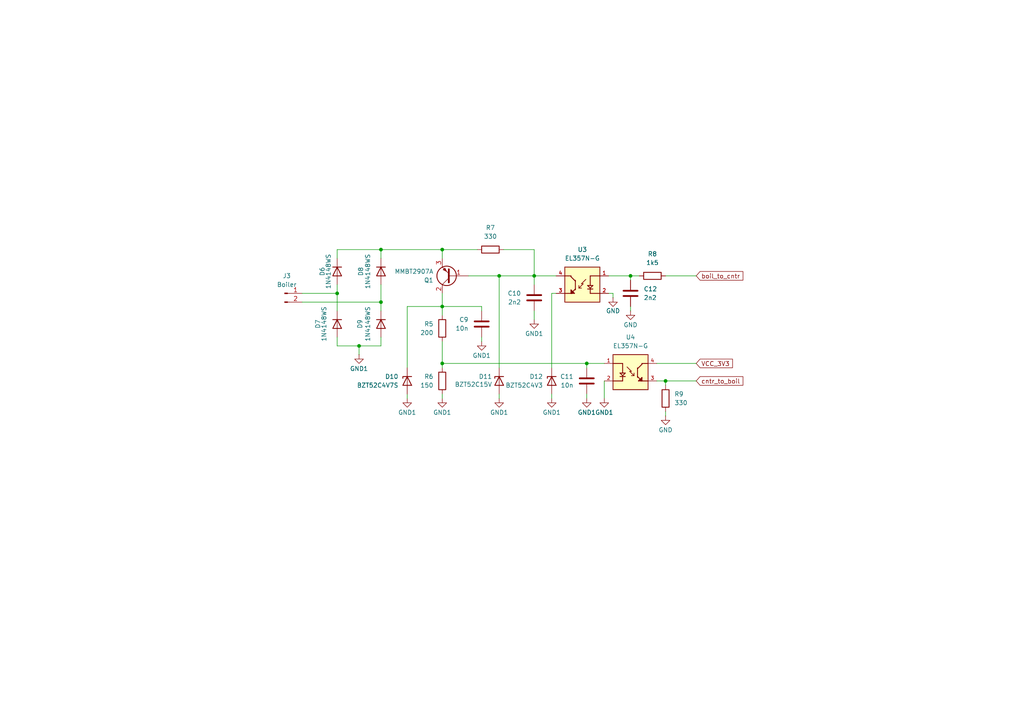
<source format=kicad_sch>
(kicad_sch (version 20231120) (generator "eeschema") (generator_version "8.0")
  (paper "A4")
  (lib_symbols
    (symbol "Connector:Conn_01x02_Pin" (pin_names (offset 1.016) hide)
      (property "Reference" "J" (at 0 2.54 0))
      (property "Value" "Conn_01x02_Pin" (at 0 -5.08 0))
      (symbol "Conn_01x02_Pin_1_1"
        (polyline (pts (xy 1.27 -2.54) (xy 0.8636 -2.54)) (stroke (width 0.1524)))
        (polyline (pts (xy 1.27 0) (xy 0.8636 0)) (stroke (width 0.1524)))
        (rectangle (start 0.8636 -2.413) (end 0 -2.667) (stroke (width 0.1524)) (fill (type outline)))
        (rectangle (start 0.8636 0.127) (end 0 -0.127) (stroke (width 0.1524)) (fill (type outline)))
        (pin passive line (at 5.08 0 180) (length 3.81) (name "Pin_1") (number "1"))
        (pin passive line (at 5.08 -2.54 180) (length 3.81) (name "Pin_2") (number "2"))
      )
    )
    (symbol "D_1" (pin_numbers hide) (pin_names (offset 1.016) hide)
      (property "Reference" "D" (at 0 2.54 0))
      (property "Value" "D" (at 0 -2.54 0))
      (symbol "D_1_0_1"
        (polyline (pts (xy -1.27 1.27) (xy -1.27 -1.27)) (stroke (width 0.254)))
        (polyline (pts (xy 1.27 0) (xy -1.27 0)))
        (polyline (pts (xy 1.27 1.27) (xy 1.27 -1.27) (xy -1.27 0) (xy 1.27 1.27)) (stroke (width 0.254)))
      )
      (symbol "D_1_1_1"
        (pin passive line (at -3.81 0 0) (length 2.54) (name "K") (number "1"))
        (pin passive line (at 3.81 0 180) (length 2.54) (name "A") (number "2"))
      )
    )
    (symbol "D_2" (pin_numbers hide) (pin_names (offset 1.016) hide)
      (property "Reference" "D" (at 0 2.54 0))
      (property "Value" "D" (at 0 -2.54 0))
      (symbol "D_2_0_1"
        (polyline (pts (xy -1.27 1.27) (xy -1.27 -1.27)) (stroke (width 0.254)))
        (polyline (pts (xy 1.27 0) (xy -1.27 0)))
        (polyline (pts (xy 1.27 1.27) (xy 1.27 -1.27) (xy -1.27 0) (xy 1.27 1.27)) (stroke (width 0.254)))
      )
      (symbol "D_2_1_1"
        (pin passive line (at -3.81 0 0) (length 2.54) (name "K") (number "1"))
        (pin passive line (at 3.81 0 180) (length 2.54) (name "A") (number "2"))
      )
    )
    (symbol "D_3" (pin_numbers hide) (pin_names (offset 1.016) hide)
      (property "Reference" "D" (at 0 2.54 0))
      (property "Value" "D" (at 0 -2.54 0))
      (symbol "D_3_0_1"
        (polyline (pts (xy -1.27 1.27) (xy -1.27 -1.27)) (stroke (width 0.254)))
        (polyline (pts (xy 1.27 0) (xy -1.27 0)))
        (polyline (pts (xy 1.27 1.27) (xy 1.27 -1.27) (xy -1.27 0) (xy 1.27 1.27)) (stroke (width 0.254)))
      )
      (symbol "D_3_1_1"
        (pin passive line (at -3.81 0 0) (length 2.54) (name "K") (number "1"))
        (pin passive line (at 3.81 0 180) (length 2.54) (name "A") (number "2"))
      )
    )
    (symbol "D_Zener_1" (pin_numbers hide) (pin_names (offset 1.016) hide)
      (property "Reference" "D" (at 0 2.54 0))
      (property "Value" "D_Zener" (at 0 -2.54 0))
      (symbol "D_Zener_1_0_1"
        (polyline (pts (xy 1.27 0) (xy -1.27 0)))
        (polyline (pts (xy -1.27 -1.27) (xy -1.27 1.27) (xy -0.762 1.27)) (stroke (width 0.254)))
        (polyline (pts (xy 1.27 -1.27) (xy 1.27 1.27) (xy -1.27 0) (xy 1.27 -1.27)) (stroke (width 0.254)))
      )
      (symbol "D_Zener_1_1_1"
        (pin passive line (at -3.81 0 0) (length 2.54) (name "K") (number "1"))
        (pin passive line (at 3.81 0 180) (length 2.54) (name "A") (number "2"))
      )
    )
    (symbol "D_Zener_2" (pin_numbers hide) (pin_names (offset 1.016) hide)
      (property "Reference" "D" (at 0 2.54 0))
      (property "Value" "D_Zener" (at 0 -2.54 0))
      (symbol "D_Zener_2_0_1"
        (polyline (pts (xy 1.27 0) (xy -1.27 0)))
        (polyline (pts (xy -1.27 -1.27) (xy -1.27 1.27) (xy -0.762 1.27)) (stroke (width 0.254)))
        (polyline (pts (xy 1.27 -1.27) (xy 1.27 1.27) (xy -1.27 0) (xy 1.27 -1.27)) (stroke (width 0.254)))
      )
      (symbol "D_Zener_2_1_1"
        (pin passive line (at -3.81 0 0) (length 2.54) (name "K") (number "1"))
        (pin passive line (at 3.81 0 180) (length 2.54) (name "A") (number "2"))
      )
    )
    (symbol "Device:C" (pin_numbers hide) (pin_names (offset 0.254))
      (property "Reference" "C" (at 0.635 2.54 0))
      (property "Value" "C" (at 0.635 -2.54 0))
      (symbol "C_0_1"
        (polyline (pts (xy -2.032 -0.762) (xy 2.032 -0.762)) (stroke (width 0.508)))
        (polyline (pts (xy -2.032 0.762) (xy 2.032 0.762)) (stroke (width 0.508)))
      )
      (symbol "C_1_1"
        (pin passive line (at 0 3.81 270) (length 2.794) (name "~") (number "1"))
        (pin passive line (at 0 -3.81 90) (length 2.794) (name "~") (number "2"))
      )
    )
    (symbol "Device:D_Zener" (pin_numbers hide) (pin_names (offset 1.016) hide)
      (property "Reference" "D" (at 0 2.54 0))
      (property "Value" "D_Zener" (at 0 -2.54 0))
      (symbol "D_Zener_0_1"
        (polyline (pts (xy 1.27 0) (xy -1.27 0)))
        (polyline (pts (xy -1.27 -1.27) (xy -1.27 1.27) (xy -0.762 1.27)) (stroke (width 0.254)))
        (polyline (pts (xy 1.27 -1.27) (xy 1.27 1.27) (xy -1.27 0) (xy 1.27 -1.27)) (stroke (width 0.254)))
      )
      (symbol "D_Zener_1_1"
        (pin passive line (at -3.81 0 0) (length 2.54) (name "K") (number "1"))
        (pin passive line (at 3.81 0 180) (length 2.54) (name "A") (number "2"))
      )
    )
    (symbol "Device:Q_PNP_BCE" (pin_names (offset 0) hide)
      (property "Reference" "Q" (at 5.08 1.27 0))
      (property "Value" "Q_PNP_BCE" (at 5.08 -1.27 0))
      (symbol "Q_PNP_BCE_0_1"
        (polyline (pts (xy 0.635 0.635) (xy 2.54 2.54)))
        (polyline (pts (xy 0.635 -0.635) (xy 2.54 -2.54) (xy 2.54 -2.54)))
        (polyline (pts (xy 0.635 1.905) (xy 0.635 -1.905) (xy 0.635 -1.905)) (stroke (width 0.508)))
        (polyline (pts (xy 2.286 -1.778) (xy 1.778 -2.286) (xy 1.27 -1.27) (xy 2.286 -1.778) (xy 2.286 -1.778)) (fill (type outline)))
        (circle (center 1.27 0) (radius 2.8194) (stroke (width 0.254)))
      )
      (symbol "Q_PNP_BCE_1_1"
        (pin input line (at -5.08 0 0) (length 5.715) (name "B") (number "1"))
        (pin passive line (at 2.54 5.08 270) (length 2.54) (name "C") (number "2"))
        (pin passive line (at 2.54 -5.08 90) (length 2.54) (name "E") (number "3"))
      )
    )
    (symbol "Device:R" (pin_numbers hide) (pin_names (offset 0))
      (property "Reference" "R" (at 2.032 0 90))
      (property "Value" "R" (at 0 0 90))
      (symbol "R_0_1"
        (rectangle (start -1.016 -2.54) (end 1.016 2.54) (stroke (width 0.254)))
      )
      (symbol "R_1_1"
        (pin passive line (at 0 3.81 270) (length 1.27) (name "~") (number "1"))
        (pin passive line (at 0 -3.81 90) (length 1.27) (name "~") (number "2"))
      )
    )
    (symbol "EL357N-G:EL357N-G" (pin_names (offset 1.016))
      (property "Reference" "U" (at -5.08 5.08 0))
      (property "Value" "EL357N-G" (at -5.08 -7.62 0))
      (symbol "EL357N-G_0_0"
        (rectangle (start -5.08 -5.08) (end 5.08 5.08) (stroke (width 0.254)) (fill (type background)))
        (polyline (pts (xy -5.08 2.54) (xy -2.286 2.54)) (stroke (width 0.254)))
        (polyline (pts (xy -3.048 -1.27) (xy -1.524 -1.27)) (stroke (width 0.254)))
        (polyline (pts (xy -3.048 -0.254) (xy -2.286 -1.016)) (stroke (width 0.254)))
        (polyline (pts (xy -2.286 -2.54) (xy -5.08 -2.54)) (stroke (width 0.254)))
        (polyline (pts (xy -2.286 -1.27) (xy -2.286 -2.54)) (stroke (width 0.254)))
        (polyline (pts (xy -2.286 -1.016) (xy -1.524 -0.254)) (stroke (width 0.254)))
        (polyline (pts (xy -2.286 -0.254) (xy -3.048 -0.254)) (stroke (width 0.254)))
        (polyline (pts (xy -2.286 -0.254) (xy -1.524 -0.254)) (stroke (width 0.254)))
        (polyline (pts (xy -2.286 2.54) (xy -2.286 -0.254)) (stroke (width 0.254)))
        (polyline (pts (xy -1.016 1.524) (xy 0.254 0.254)) (stroke (width 0.2032)))
        (polyline (pts (xy -0.254 0.254) (xy 1.016 -1.016)) (stroke (width 0.2032)))
        (polyline (pts (xy 0.254 0.254) (xy -0.254 0.254)) (stroke (width 0.2032)))
        (polyline (pts (xy 1.016 -1.016) (xy 0.254 -1.016)) (stroke (width 0.2032)))
        (polyline (pts (xy 1.016 -1.016) (xy 1.016 -0.254)) (stroke (width 0.2032)))
        (polyline (pts (xy 2.032 -1.27) (xy 2.032 -1.524)) (stroke (width 0.254)))
        (polyline (pts (xy 2.032 -1.27) (xy 3.302 -2.54)) (stroke (width 0.254)))
        (polyline (pts (xy 2.032 1.016) (xy 2.032 -1.27)) (stroke (width 0.254)))
        (polyline (pts (xy 2.032 1.016) (xy 2.032 1.27)) (stroke (width 0.254)))
        (polyline (pts (xy 2.286 -2.54) (xy 3.048 -2.54)) (stroke (width 0.254)))
        (polyline (pts (xy 2.54 -2.286) (xy 2.286 -2.54)) (stroke (width 0.254)))
        (polyline (pts (xy 2.54 -2.286) (xy 2.794 -2.286)) (stroke (width 0.254)))
        (polyline (pts (xy 2.794 -2.286) (xy 3.048 -2.54)) (stroke (width 0.254)))
        (polyline (pts (xy 3.048 -2.54) (xy 3.048 -2.032)) (stroke (width 0.254)))
        (polyline (pts (xy 3.048 -2.54) (xy 3.302 -2.54)) (stroke (width 0.254)))
        (polyline (pts (xy 3.048 -2.032) (xy 2.794 -2.286)) (stroke (width 0.254)))
        (polyline (pts (xy 3.048 -2.032) (xy 3.302 -1.778)) (stroke (width 0.254)))
        (polyline (pts (xy 3.302 -2.54) (xy 3.302 -2.286)) (stroke (width 0.254)))
        (polyline (pts (xy 3.302 -2.54) (xy 5.08 -2.54)) (stroke (width 0.254)))
        (polyline (pts (xy 3.302 -2.286) (xy 3.048 -2.032)) (stroke (width 0.254)))
        (polyline (pts (xy 3.302 -2.286) (xy 3.302 -1.778)) (stroke (width 0.254)))
        (polyline (pts (xy 3.302 -1.778) (xy 3.302 -1.524)) (stroke (width 0.254)))
        (polyline (pts (xy 3.302 -1.524) (xy 2.54 -2.286)) (stroke (width 0.254)))
        (polyline (pts (xy 3.302 2.286) (xy 2.032 1.016)) (stroke (width 0.254)))
        (polyline (pts (xy 3.302 2.54) (xy 3.302 2.286)) (stroke (width 0.254)))
        (polyline (pts (xy 5.08 2.54) (xy 3.302 2.54)) (stroke (width 0.254)))
        (pin passive line (at -7.62 2.54 0) (length 2.54) (name "~") (number "1"))
        (pin passive line (at -7.62 -2.54 0) (length 2.54) (name "~") (number "2"))
        (pin passive line (at 7.62 -2.54 180) (length 2.54) (name "~") (number "3"))
        (pin passive line (at 7.62 2.54 180) (length 2.54) (name "~") (number "4"))
      )
    )
    (symbol "Simulation_SPICE:D" (pin_numbers hide) (pin_names (offset 1.016) hide)
      (property "Reference" "D" (at 0 2.54 0))
      (property "Value" "D" (at 0 -2.54 0))
      (symbol "D_0_1"
        (polyline (pts (xy -1.27 1.27) (xy -1.27 -1.27)) (stroke (width 0.254)))
        (polyline (pts (xy 1.27 0) (xy -1.27 0)))
        (polyline (pts (xy 1.27 1.27) (xy 1.27 -1.27) (xy -1.27 0) (xy 1.27 1.27)) (stroke (width 0.254)))
      )
      (symbol "D_1_1"
        (pin passive line (at -3.81 0 0) (length 2.54) (name "K") (number "1"))
        (pin passive line (at 3.81 0 180) (length 2.54) (name "A") (number "2"))
      )
    )
    (symbol "power:GND" (power) (pin_numbers hide) (pin_names (offset 0) hide)
      (property "Value" "GND" (at 0 -3.81 0))
      (symbol "GND_0_1"
        (polyline (pts (xy 0 0) (xy 0 -1.27) (xy 1.27 -1.27) (xy 0 -2.54) (xy -1.27 -1.27) (xy 0 -1.27)))
      )
      (symbol "GND_1_1"
        (pin power_in line (at 0 0 270) (length 0) (name "~") (number "1"))
      )
    )
    (symbol "power:GND1" (power) (pin_numbers hide) (pin_names (offset 0) hide)
      (property "Value" "GND1" (at 0 -3.81 0))
      (symbol "GND1_0_1"
        (polyline (pts (xy 0 0) (xy 0 -1.27) (xy 1.27 -1.27) (xy 0 -2.54) (xy -1.27 -1.27) (xy 0 -1.27)))
      )
      (symbol "GND1_1_1"
        (pin power_in line (at 0 0 270) (length 0) (name "~") (number "1"))
      )
    )
  )
  (junction (at 128.27 72.39))
  (junction (at 154.94 80.01))
  (junction (at 193.04 110.49))
  (junction (at 104.14 100.33))
  (junction (at 128.27 105.41))
  (junction (at 128.27 88.9))
  (junction (at 97.79 85.09))
  (junction (at 170.18 105.41))
  (junction (at 182.88 80.01))
  (junction (at 144.78 80.01))
  (junction (at 110.49 87.63))
  (junction (at 110.49 72.39))
  (wire (pts (xy 144.78 114.3) (xy 144.78 115.57)))
  (wire (pts (xy 139.7 97.79) (xy 139.7 99.06)))
  (wire (pts (xy 118.11 114.3) (xy 118.11 115.57)))
  (wire (pts (xy 97.79 74.93) (xy 97.79 72.39)))
  (wire (pts (xy 177.8 85.09) (xy 177.8 86.36)))
  (wire (pts (xy 128.27 99.06) (xy 128.27 105.41)))
  (wire (pts (xy 87.63 85.09) (xy 97.79 85.09)))
  (wire (pts (xy 110.49 72.39) (xy 110.49 74.93)))
  (wire (pts (xy 154.94 80.01) (xy 161.29 80.01)))
  (wire (pts (xy 128.27 85.09) (xy 128.27 88.9)))
  (wire (pts (xy 97.79 82.55) (xy 97.79 85.09)))
  (wire (pts (xy 175.26 110.49) (xy 175.26 115.57)))
  (wire (pts (xy 97.79 85.09) (xy 97.79 90.17)))
  (wire (pts (xy 190.5 105.41) (xy 201.93 105.41)))
  (wire (pts (xy 104.14 100.33) (xy 97.79 100.33)))
  (wire (pts (xy 118.11 88.9) (xy 118.11 106.68)))
  (wire (pts (xy 144.78 80.01) (xy 154.94 80.01)))
  (wire (pts (xy 128.27 105.41) (xy 170.18 105.41)))
  (wire (pts (xy 128.27 88.9) (xy 128.27 91.44)))
  (wire (pts (xy 160.02 114.3) (xy 160.02 115.57)))
  (wire (pts (xy 170.18 114.3) (xy 170.18 115.57)))
  (wire (pts (xy 154.94 90.17) (xy 154.94 92.71)))
  (wire (pts (xy 182.88 80.01) (xy 182.88 81.28)))
  (wire (pts (xy 193.04 110.49) (xy 193.04 111.76)))
  (wire (pts (xy 110.49 97.79) (xy 110.49 100.33)))
  (wire (pts (xy 144.78 80.01) (xy 144.78 106.68)))
  (wire (pts (xy 176.53 80.01) (xy 182.88 80.01)))
  (wire (pts (xy 128.27 72.39) (xy 128.27 74.93)))
  (wire (pts (xy 190.5 110.49) (xy 193.04 110.49)))
  (wire (pts (xy 193.04 119.38) (xy 193.04 120.65)))
  (wire (pts (xy 104.14 100.33) (xy 104.14 102.87)))
  (wire (pts (xy 160.02 85.09) (xy 161.29 85.09)))
  (wire (pts (xy 193.04 80.01) (xy 201.93 80.01)))
  (wire (pts (xy 139.7 88.9) (xy 128.27 88.9)))
  (wire (pts (xy 87.63 87.63) (xy 110.49 87.63)))
  (wire (pts (xy 193.04 110.49) (xy 201.93 110.49)))
  (wire (pts (xy 128.27 88.9) (xy 118.11 88.9)))
  (wire (pts (xy 170.18 105.41) (xy 170.18 106.68)))
  (wire (pts (xy 160.02 85.09) (xy 160.02 106.68)))
  (wire (pts (xy 139.7 90.17) (xy 139.7 88.9)))
  (wire (pts (xy 97.79 72.39) (xy 110.49 72.39)))
  (wire (pts (xy 154.94 80.01) (xy 154.94 72.39)))
  (wire (pts (xy 110.49 82.55) (xy 110.49 87.63)))
  (wire (pts (xy 176.53 85.09) (xy 177.8 85.09)))
  (wire (pts (xy 128.27 114.3) (xy 128.27 115.57)))
  (wire (pts (xy 110.49 72.39) (xy 128.27 72.39)))
  (wire (pts (xy 128.27 105.41) (xy 128.27 106.68)))
  (wire (pts (xy 182.88 88.9) (xy 182.88 90.17)))
  (wire (pts (xy 185.42 80.01) (xy 182.88 80.01)))
  (wire (pts (xy 135.89 80.01) (xy 144.78 80.01)))
  (wire (pts (xy 110.49 100.33) (xy 104.14 100.33)))
  (wire (pts (xy 154.94 80.01) (xy 154.94 82.55)))
  (wire (pts (xy 170.18 105.41) (xy 175.26 105.41)))
  (wire (pts (xy 138.43 72.39) (xy 128.27 72.39)))
  (wire (pts (xy 97.79 100.33) (xy 97.79 97.79)))
  (wire (pts (xy 110.49 87.63) (xy 110.49 90.17)))
  (wire (pts (xy 146.05 72.39) (xy 154.94 72.39)))
  (global_label "cntr_to_boil" (shape input) (at 201.93 110.49 0) (property "Intersheetrefs" "${INTERSHEET_REFS}" (effects (hide yes))))
  (global_label "boil_to_cntr" (shape input) (at 201.93 80.01 0) (property "Intersheetrefs" "${INTERSHEET_REFS}" (effects (hide yes))))
  (global_label "VCC_3V3" (shape input) (at 201.93 105.41 0) (property "Intersheetrefs" "${INTERSHEET_REFS}" (effects (hide yes))))
  (symbol (lib_id "power:GND1") (at 144.78 115.57 0) (unit 1)
    (property "Reference" "#PWR019" (effects (hide yes)))
    (property "Value" "GND1" (at 144.78 119.634 0))
    (property "Description" "Power symbol creates a global label with name \"GND1\" , ground" (effects (hide yes)))
  )
  (symbol (lib_name "D_Zener_2") (lib_id "Device:D_Zener") (at 144.78 110.49 90) (mirror x) (unit 1)
    (property "Reference" "D11" (at 142.748 109.22 90) (effects (justify left)))
    (property "Value" "BZT52C15V" (at 142.748 111.506 90) (effects (justify left)))
    (property "Footprint" "Diode_SMD:D_SOD-123" (effects (hide yes)))
    (property "Description" "Zener diode" (effects (hide yes)))
    (property "Sim.Device" "D" (effects (hide yes)))
    (property "Sim.Pins" "1=K 2=A" (effects (hide yes)))
    (property "Sim.Params" "bv=15" (effects (hide yes)))
    (property "LCSC Part # " "C5299435" (effects (hide yes)))
  )
  (symbol (lib_id "Device:R") (at 128.27 110.49 0) (mirror y) (unit 1)
    (property "Reference" "R6" (at 125.73 109.2199 0) (effects (justify left)))
    (property "Value" "150" (at 125.73 111.7599 0) (effects (justify left)))
    (property "Footprint" "Resistor_SMD:R_0805_2012Metric" (effects (hide yes)))
    (property "Description" "Resistor" (effects (hide yes)))
    (property "LCSC Part # " "C17471" (effects (hide yes)))
  )
  (symbol (lib_id "Device:C") (at 182.88 85.09 180) (unit 1)
    (property "Reference" "C12" (at 186.69 83.8199 0) (effects (justify right)))
    (property "Value" "2n2" (at 186.69 86.3599 0) (effects (justify right)))
    (property "Footprint" "Capacitor_SMD:C_0603_1608Metric" (effects (hide yes)))
    (property "Description" "Unpolarized capacitor" (effects (hide yes)))
    (property "LCSC Part # " "C1604" (effects (hide yes)))
  )
  (symbol (lib_id "power:GND1") (at 139.7 99.06 0) (unit 1)
    (property "Reference" "#PWR018" (effects (hide yes)))
    (property "Value" "GND1" (at 139.7 103.124 0))
    (property "Description" "Power symbol creates a global label with name \"GND1\" , ground" (effects (hide yes)))
  )
  (symbol (lib_id "power:GND1") (at 154.94 92.71 0) (unit 1)
    (property "Reference" "#PWR020" (effects (hide yes)))
    (property "Value" "GND1" (at 154.94 96.774 0))
    (property "Description" "Power symbol creates a global label with name \"GND1\" , ground" (effects (hide yes)))
  )
  (symbol (lib_id "Connector:Conn_01x02_Pin") (at 82.55 85.09 0) (unit 1)
    (property "Reference" "J3" (at 83.185 80.01 0))
    (property "Value" "Boiler" (at 83.185 82.55 0))
    (property "Footprint" "Connector_JST:JST_SH_SM02B-SRSS-TB_1x02-1MP_P1.00mm_Horizontal" (effects (hide yes)))
    (property "Datasheet" "https://www.lcsc.com/datasheet/lcsc_datasheet_2304140030_JST-SM02B-SRSS-TB-LF-SN_C160402.pdf" (effects (hide yes)))
    (property "Description" "Generic connector, single row, 01x02, script generated" (effects (hide yes)))
    (property "LCSC Part # " "C160402" (effects (hide yes)))
  )
  (symbol (lib_name "D_1") (lib_id "Simulation_SPICE:D") (at 97.79 78.74 270) (unit 1)
    (property "Reference" "D6" (at 93.472 78.74 0))
    (property "Value" "1N4148WS" (at 95.25 78.74 0))
    (property "Footprint" "Diode_SMD:D_SOD-323" (effects (hide yes)))
    (property "Datasheet" "https://ngspice.sourceforge.io/docs/ngspice-html-manual/manual.xhtml#cha_DIODEs" (effects (hide yes)))
    (property "Description" "Diode for simulation or PCB" (effects (hide yes)))
    (property "Sim.Device" "D" (effects (hide yes)))
    (property "Sim.Pins" "1=K 2=A" (effects (hide yes)))
    (property "Sim.Params" "m=0.33 is=1e-14 rs=0.5 n=1.06 tt=5n cjo=1e-12 vj=0.75 fc=0.5" (effects (hide yes)))
    (property "LCSC Part # " "C2128" (effects (hide yes)))
  )
  (symbol (lib_id "power:GND1") (at 128.27 115.57 0) (unit 1)
    (property "Reference" "#PWR017" (effects (hide yes)))
    (property "Value" "GND1" (at 128.27 119.634 0))
    (property "Description" "Power symbol creates a global label with name \"GND1\" , ground" (effects (hide yes)))
  )
  (symbol (lib_id "EL357N-G:EL357N-G") (at 168.91 82.55 0) (mirror y) (unit 1)
    (property "Reference" "U3" (at 168.91 72.39 0))
    (property "Value" "EL357N-G" (at 168.91 74.93 0))
    (property "Footprint" "EL357N-G:OPTO_EL357N-G" (effects (hide yes)))
    (property "MF" "Everlight Electronics" (effects (hide yes)))
    (property "MAXIMUM_PACKAGE_HEIGHT" "2.00mm" (effects (hide yes)))
    (property "Package" "SOP-4 Everlight" (effects (hide yes)))
    (property "Price" "None" (effects (hide yes)))
    (property "Check_prices" "https://www.snapeda.com/parts/EL357N-G/Everlight+Electronics+Co+Ltd/view-part/?ref=eda" (effects (hide yes)))
    (property "STANDARD" "Manufacturer Recommendations" (effects (hide yes)))
    (property "PARTREV" "6" (effects (hide yes)))
    (property "SnapEDA_Link" "https://www.snapeda.com/parts/EL357N-G/Everlight+Electronics+Co+Ltd/view-part/?ref=snap" (effects (hide yes)))
    (property "MP" "EL357N-G" (effects (hide yes)))
    (property "Description_1" "\nOptoisolator Transistor Output 3750Vrms 1 Channel 4-SOP (2.54mm)\n" (effects (hide yes)))
    (property "Availability" "In Stock" (effects (hide yes)))
    (property "MANUFACTURER" "Everlight" (effects (hide yes)))
    (property "LCSC Part # " "C29981" (effects (hide yes)))
  )
  (symbol (lib_id "Device:Q_PNP_BCE") (at 130.81 80.01 180) (unit 1)
    (property "Reference" "Q1" (at 125.73 81.2801 0) (effects (justify left)))
    (property "Value" "MMBT2907A" (at 125.73 78.7401 0) (effects (justify left)))
    (property "Footprint" "Package_TO_SOT_SMD:SOT-23" (effects (hide yes)))
    (property "Description" "PNP transistor, base/collector/emitter" (effects (hide yes)))
    (property "Sim.Device" "PNP" (effects (hide yes)))
    (property "Sim.Type" "GUMMELPOON" (effects (hide yes)))
    (property "Sim.Pins" "1=B 2=C 3=E" (effects (hide yes)))
    (property "Sim.Params" "is=1.7E-14 bf=240 nf=1 vaf=100 ikf=0.2 ise=1E-13 ne=2 br=7 nr=1 var=10 ikr=0.03 isc=1E-13 nc=2 rb=10 re=0.5 rc=1 cje=13.5p vje=0.6 mje=0.33 tf=0.35n cjc=6.5p vjc=0.5 mjc=0.4 tr=30n xtb=1.5 eg=1.11 kf=0 af=1" (effects (hide yes)))
    (property "LCSC Part # " "C916373" (effects (hide yes)))
  )
  (symbol (lib_name "D_3") (lib_id "Simulation_SPICE:D") (at 97.79 93.98 270) (unit 1)
    (property "Reference" "D7" (at 92.202 93.98 0))
    (property "Value" "1N4148WS" (at 93.98 93.98 0))
    (property "Footprint" "Diode_SMD:D_SOD-323" (effects (hide yes)))
    (property "Datasheet" "https://ngspice.sourceforge.io/docs/ngspice-html-manual/manual.xhtml#cha_DIODEs" (effects (hide yes)))
    (property "Description" "Diode for simulation or PCB" (effects (hide yes)))
    (property "Sim.Device" "D" (effects (hide yes)))
    (property "Sim.Pins" "1=K 2=A" (effects (hide yes)))
    (property "Sim.Params" "m=0.33 is=1e-14 rs=0.5 n=1.06 tt=5n cjo=1e-12 vj=0.75 fc=0.5" (effects (hide yes)))
    (property "LCSC Part # " "C2128" (effects (hide yes)))
  )
  (symbol (lib_id "power:GND") (at 182.88 90.17 0) (unit 1)
    (property "Reference" "#PWR025" (effects (hide yes)))
    (property "Value" "GND" (at 182.88 94.234 0))
    (property "Description" "Power symbol creates a global label with name \"GND\" , ground" (effects (hide yes)))
  )
  (symbol (lib_name "D_2") (lib_id "Simulation_SPICE:D") (at 110.49 78.74 270) (unit 1)
    (property "Reference" "D8" (at 104.648 78.74 0))
    (property "Value" "1N4148WS" (at 106.68 78.74 0))
    (property "Footprint" "Diode_SMD:D_SOD-323" (effects (hide yes)))
    (property "Datasheet" "https://ngspice.sourceforge.io/docs/ngspice-html-manual/manual.xhtml#cha_DIODEs" (effects (hide yes)))
    (property "Description" "Diode for simulation or PCB" (effects (hide yes)))
    (property "Sim.Device" "D" (effects (hide yes)))
    (property "Sim.Pins" "1=K 2=A" (effects (hide yes)))
    (property "Sim.Params" "m=0.33 is=1e-14 rs=0.5 n=1.06 tt=5n cjo=1e-12 vj=0.75 fc=0.5" (effects (hide yes)))
    (property "LCSC Part # " "C2128" (effects (hide yes)))
  )
  (symbol (lib_id "power:GND1") (at 170.18 115.57 0) (unit 1)
    (property "Reference" "#PWR022" (effects (hide yes)))
    (property "Value" "GND1" (at 170.18 119.634 0))
    (property "Description" "Power symbol creates a global label with name \"GND1\" , ground" (effects (hide yes)))
  )
  (symbol (lib_id "Device:R") (at 189.23 80.01 270) (unit 1)
    (property "Reference" "R8" (at 189.23 73.66 90))
    (property "Value" "1k5" (at 189.23 76.2 90))
    (property "Footprint" "Diode_SMD:D_0805_2012Metric" (effects (hide yes)))
    (property "Description" "Resistor" (effects (hide yes)))
    (property "LCSC Part # " "C4310" (effects (hide yes)))
  )
  (symbol (lib_id "Device:C") (at 154.94 86.36 0) (mirror y) (unit 1)
    (property "Reference" "C10" (at 151.13 85.0899 0) (effects (justify left)))
    (property "Value" "2n2" (at 151.13 87.6299 0) (effects (justify left)))
    (property "Footprint" "Capacitor_SMD:C_0603_1608Metric" (effects (hide yes)))
    (property "Description" "Unpolarized capacitor" (effects (hide yes)))
    (property "LCSC Part # " "C1604" (effects (hide yes)))
  )
  (symbol (lib_id "power:GND") (at 177.8 86.36 0) (unit 1)
    (property "Reference" "#PWR024" (effects (hide yes)))
    (property "Value" "GND" (at 177.8 90.17 0))
    (property "Description" "Power symbol creates a global label with name \"GND\" , ground" (effects (hide yes)))
  )
  (symbol (lib_id "Device:R") (at 128.27 95.25 0) (mirror y) (unit 1)
    (property "Reference" "R5" (at 125.73 93.9799 0) (effects (justify left)))
    (property "Value" "200" (at 125.73 96.5199 0) (effects (justify left)))
    (property "Footprint" "Resistor_SMD:R_0805_2012Metric" (effects (hide yes)))
    (property "Description" "Resistor" (effects (hide yes)))
    (property "LCSC Part # " "C25292" (effects (hide yes)))
  )
  (symbol (lib_id "Simulation_SPICE:D") (at 110.49 93.98 270) (unit 1)
    (property "Reference" "D9" (at 104.394 93.98 0))
    (property "Value" "1N4148WS" (at 106.68 93.98 0))
    (property "Footprint" "Diode_SMD:D_SOD-323" (effects (hide yes)))
    (property "Datasheet" "https://ngspice.sourceforge.io/docs/ngspice-html-manual/manual.xhtml#cha_DIODEs" (effects (hide yes)))
    (property "Description" "Diode for simulation or PCB" (effects (hide yes)))
    (property "Sim.Device" "D" (effects (hide yes)))
    (property "Sim.Pins" "1=K 2=A" (effects (hide yes)))
    (property "Sim.Params" "m=0.33 is=1e-14 rs=0.5 n=1.06 tt=5n cjo=1e-12 vj=0.75 fc=0.5" (effects (hide yes)))
    (property "LCSC Part # " "C2128" (effects (hide yes)))
  )
  (symbol (lib_id "power:GND1") (at 160.02 115.57 0) (unit 1)
    (property "Reference" "#PWR021" (effects (hide yes)))
    (property "Value" "GND1" (at 160.02 119.634 0))
    (property "Description" "Power symbol creates a global label with name \"GND1\" , ground" (effects (hide yes)))
  )
  (symbol (lib_id "Device:C") (at 170.18 110.49 0) (mirror x) (unit 1)
    (property "Reference" "C11" (at 166.37 109.2199 0) (effects (justify right)))
    (property "Value" "10n" (at 166.37 111.7599 0) (effects (justify right)))
    (property "Footprint" "Capacitor_SMD:C_0603_1608Metric" (effects (hide yes)))
    (property "Description" "Unpolarized capacitor" (effects (hide yes)))
    (property "LCSC Part # " "C57112" (effects (hide yes)))
  )
  (symbol (lib_id "Device:C") (at 139.7 93.98 0) (mirror x) (unit 1)
    (property "Reference" "C9" (at 135.89 92.7099 0) (effects (justify right)))
    (property "Value" "10n" (at 135.89 95.2499 0) (effects (justify right)))
    (property "Footprint" "Capacitor_SMD:C_0603_1608Metric" (effects (hide yes)))
    (property "Description" "Unpolarized capacitor" (effects (hide yes)))
    (property "LCSC Part # " "C57112" (effects (hide yes)))
  )
  (symbol (lib_name "D_Zener_1") (lib_id "Device:D_Zener") (at 160.02 110.49 90) (mirror x) (unit 1)
    (property "Reference" "D12" (at 157.48 109.2199 90) (effects (justify left)))
    (property "Value" "BZT52C4V3" (at 157.48 111.7599 90) (effects (justify left)))
    (property "Footprint" "Diode_SMD:D_SOD-123" (effects (hide yes)))
    (property "Description" "Zener diode" (effects (hide yes)))
    (property "Sim.Device" "D" (effects (hide yes)))
    (property "Sim.Pins" "1=K 2=A" (effects (hide yes)))
    (property "Sim.Params" "bv=4.3" (effects (hide yes)))
    (property "LCSC Part # " "C726993" (effects (hide yes)))
  )
  (symbol (lib_id "power:GND1") (at 104.14 102.87 0) (unit 1)
    (property "Reference" "#PWR015" (effects (hide yes)))
    (property "Value" "GND1" (at 104.14 106.934 0))
    (property "Description" "Power symbol creates a global label with name \"GND1\" , ground" (effects (hide yes)))
  )
  (symbol (lib_id "Device:R") (at 142.24 72.39 270) (unit 1)
    (property "Reference" "R7" (at 142.24 66.04 90))
    (property "Value" "330" (at 142.24 68.58 90))
    (property "Footprint" "Resistor_SMD:R_0805_2012Metric" (effects (hide yes)))
    (property "Description" "Resistor" (effects (hide yes)))
    (property "LCSC Part # " "C17630" (effects (hide yes)))
  )
  (symbol (lib_id "Device:R") (at 193.04 115.57 0) (unit 1)
    (property "Reference" "R9" (at 195.58 114.2999 0) (effects (justify left)))
    (property "Value" "330" (at 195.58 116.8399 0) (effects (justify left)))
    (property "Footprint" "Diode_SMD:D_0805_2012Metric" (effects (hide yes)))
    (property "Description" "Resistor" (effects (hide yes)))
    (property "LCSC Part # " "C17630" (effects (hide yes)))
  )
  (symbol (lib_id "power:GND") (at 193.04 120.65 0) (unit 1)
    (property "Reference" "#PWR026" (effects (hide yes)))
    (property "Value" "GND" (at 193.04 124.714 0))
    (property "Description" "Power symbol creates a global label with name \"GND\" , ground" (effects (hide yes)))
  )
  (symbol (lib_id "EL357N-G:EL357N-G") (at 182.88 107.95 0) (unit 1)
    (property "Reference" "U4" (at 182.88 97.79 0))
    (property "Value" "EL357N-G" (at 182.88 100.33 0))
    (property "Footprint" "EL357N-G:OPTO_EL357N-G" (effects (hide yes)))
    (property "MF" "Everlight Electronics" (effects (hide yes)))
    (property "MAXIMUM_PACKAGE_HEIGHT" "2.00mm" (effects (hide yes)))
    (property "Package" "SOP-4 Everlight" (effects (hide yes)))
    (property "Price" "None" (effects (hide yes)))
    (property "Check_prices" "https://www.snapeda.com/parts/EL357N-G/Everlight+Electronics+Co+Ltd/view-part/?ref=eda" (effects (hide yes)))
    (property "STANDARD" "Manufacturer Recommendations" (effects (hide yes)))
    (property "PARTREV" "6" (effects (hide yes)))
    (property "SnapEDA_Link" "https://www.snapeda.com/parts/EL357N-G/Everlight+Electronics+Co+Ltd/view-part/?ref=snap" (effects (hide yes)))
    (property "MP" "EL357N-G" (effects (hide yes)))
    (property "Description_1" "\nOptoisolator Transistor Output 3750Vrms 1 Channel 4-SOP (2.54mm)\n" (effects (hide yes)))
    (property "Availability" "In Stock" (effects (hide yes)))
    (property "MANUFACTURER" "Everlight" (effects (hide yes)))
    (property "LCSC Part # " "C29981" (effects (hide yes)))
  )
  (symbol (lib_id "power:GND1") (at 118.11 115.57 0) (unit 1)
    (property "Reference" "#PWR016" (effects (hide yes)))
    (property "Value" "GND1" (at 118.11 119.634 0))
    (property "Description" "Power symbol creates a global label with name \"GND1\" , ground" (effects (hide yes)))
  )
  (symbol (lib_id "Device:D_Zener") (at 118.11 110.49 90) (mirror x) (unit 1)
    (property "Reference" "D10" (at 115.57 109.2199 90) (effects (justify left)))
    (property "Value" "BZT52C4V7S" (at 115.57 111.7599 90) (effects (justify left)))
    (property "Footprint" "Diode_SMD:D_SOD-323" (effects (hide yes)))
    (property "Description" "Zener diode" (effects (hide yes)))
    (property "Sim.Device" "D" (effects (hide yes)))
    (property "Sim.Pins" "1=K 2=A" (effects (hide yes)))
    (property "Sim.Params" "m=0.33 is=5.0e-10 rs=0.5 n=1.05 tt=1n cjo=50p vj=0.75 fc=0.5 bv=4.7 ibv=5m" (effects (hide yes)))
    (property "LCSC Part # " "C5190168" (effects (hide yes)))
  )
  (symbol (lib_id "power:GND1") (at 175.26 115.57 0) (unit 1)
    (property "Reference" "#PWR023" (effects (hide yes)))
    (property "Value" "GND1" (at 175.26 119.634 0))
    (property "Description" "Power symbol creates a global label with name \"GND1\" , ground" (effects (hide yes)))
  )
)
</source>
